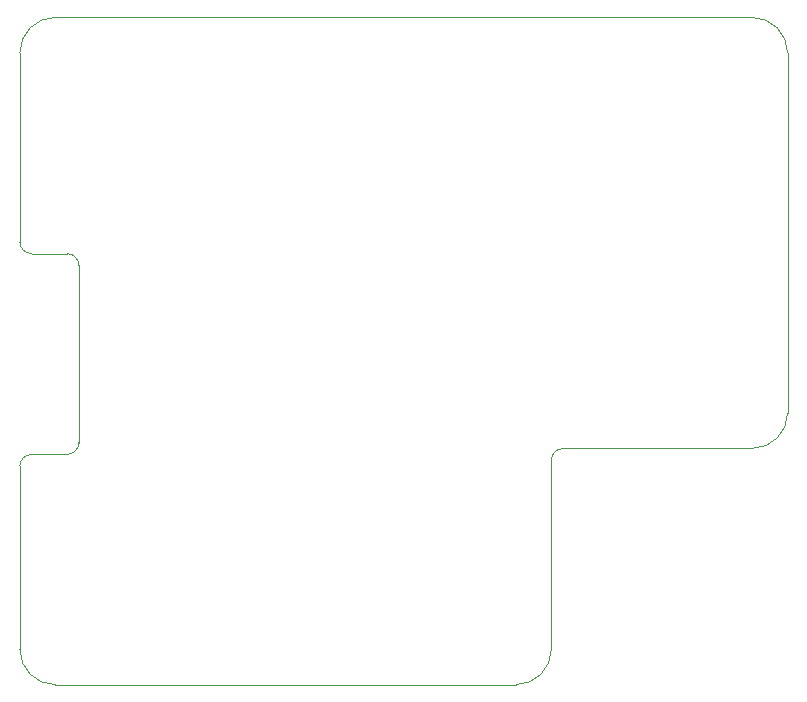
<source format=gbr>
G04 #@! TF.FileFunction,Profile,NP*
%FSLAX46Y46*%
G04 Gerber Fmt 4.6, Leading zero omitted, Abs format (unit mm)*
G04 Created by KiCad (PCBNEW 4.0.0-rc1-stable) date 02/05/2017 19:37:09*
%MOMM*%
G01*
G04 APERTURE LIST*
%ADD10C,0.100000*%
G04 APERTURE END LIST*
D10*
X153059000Y-102286000D02*
G75*
G03X156059000Y-99286000I0J3000000D01*
G01*
X137059000Y-102286000D02*
X153059000Y-102286000D01*
X137059000Y-102286000D02*
G75*
G03X136059000Y-103286000I0J-1000000D01*
G01*
X136059000Y-103286000D02*
X136059000Y-119286000D01*
X92059000Y-102786000D02*
G75*
G03X91059000Y-103786000I0J-1000000D01*
G01*
X95059000Y-102786000D02*
G75*
G03X96059000Y-101786000I0J1000000D01*
G01*
X96059000Y-86786000D02*
G75*
G03X95059000Y-85786000I-1000000J0D01*
G01*
X91059000Y-84786000D02*
G75*
G03X92059000Y-85786000I1000000J0D01*
G01*
X133059000Y-122286000D02*
G75*
G03X136059000Y-119286000I0J3000000D01*
G01*
X91059000Y-119286000D02*
G75*
G03X94059000Y-122286000I3000000J0D01*
G01*
X94059000Y-65786000D02*
G75*
G03X91059000Y-68786000I0J-3000000D01*
G01*
X156059000Y-68786000D02*
G75*
G03X153059000Y-65786000I-3000000J0D01*
G01*
X91059000Y-103786000D02*
X91059000Y-119286000D01*
X91059000Y-68786000D02*
X91059000Y-84786000D01*
X92059000Y-102786000D02*
X95059000Y-102786000D01*
X92059000Y-85786000D02*
X95059000Y-85786000D01*
X96059000Y-86786000D02*
X96059000Y-101786000D01*
X94059000Y-122286000D02*
X133059000Y-122286000D01*
X156059000Y-68786000D02*
X156059000Y-99286000D01*
X94059000Y-65786000D02*
X153059000Y-65786000D01*
M02*

</source>
